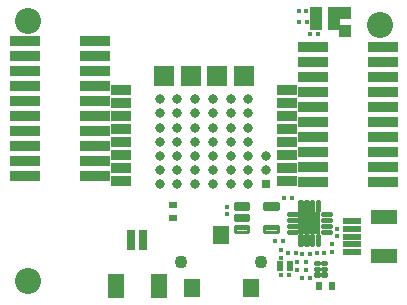
<source format=gbr>
G04 EAGLE Gerber RS-274X export*
G75*
%MOMM*%
%FSLAX34Y34*%
%LPD*%
%INSoldermask Top*%
%IPPOS*%
%AMOC8*
5,1,8,0,0,1.08239X$1,22.5*%
G01*
%ADD10C,2.203200*%
%ADD11C,0.293481*%
%ADD12R,1.553200X0.603200*%
%ADD13R,2.303200X1.303200*%
%ADD14R,0.350000X0.450000*%
%ADD15R,0.450000X0.350000*%
%ADD16C,0.268653*%
%ADD17R,1.883200X1.883200*%
%ADD18C,1.103200*%
%ADD19R,1.403200X1.603200*%
%ADD20R,0.558800X0.863600*%
%ADD21R,1.003200X1.003200*%
%ADD22R,0.700000X0.600000*%
%ADD23C,0.276759*%
%ADD24R,0.600000X0.700000*%
%ADD25R,0.803200X1.753200*%
%ADD26R,1.403200X2.003200*%
%ADD27R,2.603200X0.963200*%
%ADD28R,1.703200X0.903200*%
%ADD29C,0.803200*%
%ADD30R,0.803200X0.803200*%
%ADD31R,1.703200X1.703200*%


D10*
X91669Y655853D03*
X389407Y652348D03*
X91516Y435483D03*
D11*
X266570Y496093D02*
X266570Y501091D01*
X277768Y501091D01*
X277768Y496093D01*
X266570Y496093D01*
X266570Y498881D02*
X277768Y498881D01*
X291670Y482091D02*
X291670Y477093D01*
X291670Y482091D02*
X302868Y482091D01*
X302868Y477093D01*
X291670Y477093D01*
X291670Y479881D02*
X302868Y479881D01*
X266570Y486593D02*
X266570Y491591D01*
X277768Y491591D01*
X277768Y486593D01*
X266570Y486593D01*
X266570Y489381D02*
X277768Y489381D01*
X266570Y482091D02*
X266570Y477093D01*
X266570Y482091D02*
X277768Y482091D01*
X277768Y477093D01*
X266570Y477093D01*
X266570Y479881D02*
X277768Y479881D01*
X291670Y496093D02*
X291670Y501091D01*
X302868Y501091D01*
X302868Y496093D01*
X291670Y496093D01*
X291670Y498881D02*
X302868Y498881D01*
D12*
X366017Y459750D03*
X366017Y466250D03*
X366017Y472750D03*
X366017Y479250D03*
X366017Y485750D03*
D13*
X392767Y456250D03*
X392767Y489250D03*
D14*
X314702Y505531D03*
X308202Y505531D03*
D15*
X259926Y491611D03*
X259926Y498111D03*
D16*
X336224Y494859D02*
X336224Y502805D01*
X338170Y502805D01*
X338170Y494859D01*
X336224Y494859D01*
X336224Y497412D02*
X338170Y497412D01*
X338170Y499965D02*
X336224Y499965D01*
X336224Y502518D02*
X338170Y502518D01*
X331224Y502805D02*
X331224Y494859D01*
X331224Y502805D02*
X333170Y502805D01*
X333170Y494859D01*
X331224Y494859D01*
X331224Y497412D02*
X333170Y497412D01*
X333170Y499965D02*
X331224Y499965D01*
X331224Y502518D02*
X333170Y502518D01*
X326224Y502805D02*
X326224Y494859D01*
X326224Y502805D02*
X328170Y502805D01*
X328170Y494859D01*
X326224Y494859D01*
X326224Y497412D02*
X328170Y497412D01*
X328170Y499965D02*
X326224Y499965D01*
X326224Y502518D02*
X328170Y502518D01*
X321224Y502805D02*
X321224Y494859D01*
X321224Y502805D02*
X323170Y502805D01*
X323170Y494859D01*
X321224Y494859D01*
X321224Y497412D02*
X323170Y497412D01*
X323170Y499965D02*
X321224Y499965D01*
X321224Y502518D02*
X323170Y502518D01*
X321224Y474105D02*
X321224Y466159D01*
X321224Y474105D02*
X323170Y474105D01*
X323170Y466159D01*
X321224Y466159D01*
X321224Y468712D02*
X323170Y468712D01*
X323170Y471265D02*
X321224Y471265D01*
X321224Y473818D02*
X323170Y473818D01*
X326224Y474105D02*
X326224Y466159D01*
X326224Y474105D02*
X328170Y474105D01*
X328170Y466159D01*
X326224Y466159D01*
X326224Y468712D02*
X328170Y468712D01*
X328170Y471265D02*
X326224Y471265D01*
X326224Y473818D02*
X328170Y473818D01*
X331224Y474105D02*
X331224Y466159D01*
X331224Y474105D02*
X333170Y474105D01*
X333170Y466159D01*
X331224Y466159D01*
X331224Y468712D02*
X333170Y468712D01*
X333170Y471265D02*
X331224Y471265D01*
X331224Y473818D02*
X333170Y473818D01*
X336224Y474105D02*
X336224Y466159D01*
X336224Y474105D02*
X338170Y474105D01*
X338170Y466159D01*
X336224Y466159D01*
X336224Y468712D02*
X338170Y468712D01*
X338170Y471265D02*
X336224Y471265D01*
X336224Y473818D02*
X338170Y473818D01*
X340074Y477955D02*
X348020Y477955D01*
X348020Y476009D01*
X340074Y476009D01*
X340074Y477955D01*
X340074Y482955D02*
X348020Y482955D01*
X348020Y481009D01*
X340074Y481009D01*
X340074Y482955D01*
X340074Y487955D02*
X348020Y487955D01*
X348020Y486009D01*
X340074Y486009D01*
X340074Y487955D01*
X340074Y492955D02*
X348020Y492955D01*
X348020Y491009D01*
X340074Y491009D01*
X340074Y492955D01*
X319320Y492955D02*
X311374Y492955D01*
X319320Y492955D02*
X319320Y491009D01*
X311374Y491009D01*
X311374Y492955D01*
X311374Y487955D02*
X319320Y487955D01*
X319320Y486009D01*
X311374Y486009D01*
X311374Y487955D01*
X311374Y482955D02*
X319320Y482955D01*
X319320Y481009D01*
X311374Y481009D01*
X311374Y482955D01*
X311374Y477955D02*
X319320Y477955D01*
X319320Y476009D01*
X311374Y476009D01*
X311374Y477955D01*
D17*
X329697Y484482D03*
D14*
X311517Y458953D03*
X318017Y458953D03*
X335939Y459293D03*
X342439Y459293D03*
X307344Y468940D03*
X300844Y468940D03*
D15*
X352781Y473251D03*
X352781Y479751D03*
D18*
X288958Y451665D03*
D19*
X229958Y429165D03*
X254958Y474165D03*
X279958Y429165D03*
D18*
X220958Y451665D03*
D20*
X305036Y447911D03*
X313672Y447911D03*
D14*
X323719Y458445D03*
X330219Y458445D03*
D15*
X319329Y451182D03*
X319329Y444682D03*
D21*
X360236Y662335D03*
X360236Y647335D03*
X350502Y652752D03*
X335502Y652752D03*
D14*
X330163Y644314D03*
X336663Y644314D03*
X320958Y654215D03*
X327458Y654215D03*
D21*
X350649Y662290D03*
X335649Y662290D03*
D14*
X320719Y663854D03*
X327219Y663854D03*
D15*
X327228Y451232D03*
X327228Y444732D03*
X305521Y461463D03*
X305521Y454963D03*
X348767Y460120D03*
X348767Y466620D03*
D14*
X312109Y440093D03*
X305609Y440093D03*
D22*
X214015Y499761D03*
X214015Y488761D03*
D23*
X340088Y441706D02*
X343552Y441706D01*
X343552Y439442D01*
X340088Y439442D01*
X340088Y441706D01*
X340188Y446706D02*
X343552Y446706D01*
X343552Y444442D01*
X340188Y444442D01*
X340188Y446706D01*
X340188Y451706D02*
X343552Y451706D01*
X343552Y449442D01*
X340188Y449442D01*
X340188Y451706D01*
X337652Y451706D02*
X334288Y451706D01*
X337652Y451706D02*
X337652Y449442D01*
X334288Y449442D01*
X334288Y451706D01*
X334288Y446706D02*
X337652Y446706D01*
X337652Y444442D01*
X334288Y444442D01*
X334288Y446706D01*
X334288Y441706D02*
X337652Y441706D01*
X337652Y439442D01*
X334288Y439442D01*
X334288Y441706D01*
D14*
X323351Y438239D03*
X329851Y438239D03*
D24*
X337796Y431152D03*
X348796Y431152D03*
D25*
X179054Y469962D03*
X189054Y469962D03*
D26*
X166054Y431212D03*
X202054Y431212D03*
D27*
X88983Y638762D03*
X147983Y638762D03*
X88983Y626062D03*
X147983Y626062D03*
X88983Y613362D03*
X147983Y613362D03*
X88983Y600662D03*
X147983Y600662D03*
X88983Y587962D03*
X147983Y587962D03*
X88983Y575262D03*
X147983Y575262D03*
X88983Y562562D03*
X147983Y562562D03*
X88983Y549862D03*
X147983Y549862D03*
X88983Y537162D03*
X147983Y537162D03*
X88983Y524462D03*
X147983Y524462D03*
X332600Y633275D03*
X391600Y633275D03*
X332600Y620575D03*
X391600Y620575D03*
X332600Y607875D03*
X391600Y607875D03*
X332600Y595175D03*
X391600Y595175D03*
X332600Y582475D03*
X391600Y582475D03*
X332600Y569775D03*
X391600Y569775D03*
X332600Y557075D03*
X391600Y557075D03*
X332600Y544375D03*
X391600Y544375D03*
X332600Y531675D03*
X391600Y531675D03*
X332600Y518975D03*
X391600Y518975D03*
D28*
X170434Y597168D03*
X170434Y586168D03*
X170434Y575168D03*
X170434Y564168D03*
X170434Y553168D03*
X170434Y542168D03*
X170434Y531168D03*
X170434Y520168D03*
X310434Y520168D03*
X310434Y531168D03*
X310434Y542168D03*
X310434Y553168D03*
X310434Y564168D03*
X310434Y575168D03*
X310434Y586168D03*
X310434Y597168D03*
D29*
X217934Y589168D03*
X232934Y589168D03*
X247934Y589168D03*
X262934Y589168D03*
X217934Y577168D03*
X232934Y577168D03*
X247934Y577168D03*
X262934Y577168D03*
X217934Y565168D03*
X232934Y565168D03*
X247934Y565168D03*
X262934Y565168D03*
X217934Y553168D03*
X232934Y553168D03*
X247934Y553168D03*
X262934Y553168D03*
X217934Y541168D03*
X232934Y541168D03*
X247934Y541168D03*
X262934Y541168D03*
X217934Y529168D03*
X232934Y529168D03*
X247934Y529168D03*
X262934Y529168D03*
X202934Y589168D03*
X277934Y589168D03*
X217934Y517168D03*
X232934Y517168D03*
X247934Y517168D03*
X262934Y517168D03*
X277934Y577168D03*
X277934Y565168D03*
X277934Y553168D03*
X277934Y541168D03*
X277934Y529168D03*
X277934Y517168D03*
X202934Y577168D03*
X202934Y565168D03*
X202934Y553168D03*
X202934Y541168D03*
X202934Y529168D03*
X202934Y517168D03*
X292934Y541168D03*
X292934Y529168D03*
D30*
X292934Y517168D03*
D31*
X206684Y609168D03*
X229184Y609168D03*
X251684Y609168D03*
X274184Y609168D03*
M02*

</source>
